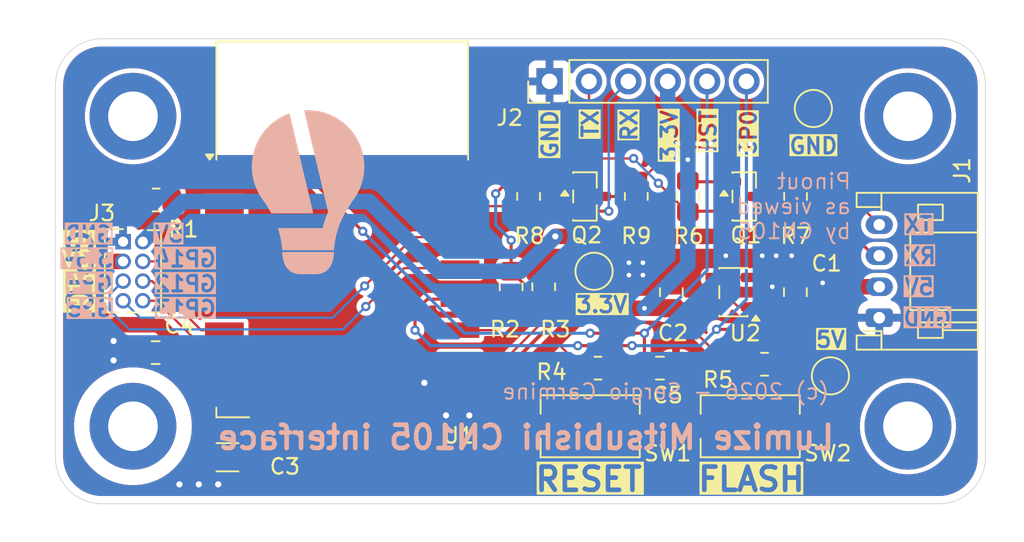
<source format=kicad_pcb>
(kicad_pcb (version 20241229) (generator "pcbnew") (generator_version "9.0")
  (layers (0 "F.Cu" signal) (2 "B.Cu" signal) (13 "F.Paste" user) (15 "B.Paste" user) (5 "F.SilkS" user "F.Silkscreen") (7 "B.SilkS" user "B.Silkscreen") (1 "F.Mask" user) (3 "B.Mask" user) (25 "Edge.Cuts" user))
  (net 0 "")
  (net 1 "AC_TX")
  (net 2 "AC_RX")
  (net 3 "+5V")
  (net 4 "GND")
  (net 5 "ESP_TX")
  (net 6 "+3.3V")
  (net 7 "ESP_RX")
  (net 9 "Net-(U1-GPIO15)")
  (net 14 "Net-(U1-EN)")
  (net 16 "~{RST}")
  (net 19 "Net-(U1-GPIO2)")
  (net 20 "GPIO0")
  (net 22 "GPIO5")
  (net 23 "GPIO12")
  (net 24 "GPIO13")
  (net 25 "GPIO14")
  (net 26 "GPIO4")
  (footprint "Button_Switch_SMD:SW_Tactile_SPST_NO_Straight_CK_PTS636Sx25SMTRLFS" (layer "F.Cu") (at 199.5 75)
    (property "Reference" "SW1" (at 5 1.75 0) (layer "F.SilkS"))
    (property "Value" "SW_Push")
    (fp_line (start -3.2 -2) (end -3.2 -0.8) (stroke (width 0.12)) (layer "F.SilkS"))
    (fp_line (start -3.2 0.8) (end -3.2 2) (stroke (width 0.12)) (layer "F.SilkS"))
    (fp_line (start -3.2 2) (end 3.2 2) (stroke (width 0.12)) (layer "F.SilkS"))
    (fp_line (start 3.2 -2) (end -3.2 -2) (stroke (width 0.12)) (layer "F.SilkS"))
    (fp_line (start 3.2 -0.8) (end 3.2 -2) (stroke (width 0.12)) (layer "F.SilkS"))
    (fp_line (start 3.2 2) (end 3.2 0.8) (stroke (width 0.12)) (layer "F.SilkS"))
    (pad "1" smd rect (at -3.875 0) (size 1.25 1) (layers "F.Cu" "F.Mask" "F.Paste") (net 4 "GND"))
    (pad "2" smd rect (at 3.875 0) (size 1.25 1) (layers "F.Cu" "F.Mask" "F.Paste") (net 16 "~{RST}"))
  )
  (footprint "Resistor_SMD:R_0805_2012Metric_Pad1.20x1.40mm_HandSolder" (layer "F.Cu") (at 194.4 66 -90)
    (property "Reference" "R2" (at 2.75 0.4 180) (layer "F.SilkS"))
    (property "Value" "10KOhm")
    (fp_line (start -0.227064 0.735) (end 0.227064 0.735) (stroke (width 0.12)) (layer "F.SilkS"))
    (fp_line (start -0.227064 -0.735) (end 0.227064 -0.735) (stroke (width 0.12)) (layer "F.SilkS"))
    (pad "1" smd roundrect (at -1 0 270) (size 1.2 1.4) (layers "F.Cu" "F.Mask" "F.Paste") (roundrect_rratio 0.208333) (net 6 "+3.3V"))
    (pad "2" smd roundrect (at 1 0 270) (size 1.2 1.4) (layers "F.Cu" "F.Mask" "F.Paste") (roundrect_rratio 0.208333) (net 19 "Net-(U1-GPIO2)"))
  )
  (footprint "Connector_PinHeader_2.54mm:PinHeader_1x06_P2.54mm_Vertical" (layer "F.Cu") (at 196.88 52.75 90)
    (property "Reference" "J2" (at -2.35 -2.58 180) (layer "F.SilkS"))
    (property "Value" "Conn_01x06")
    (fp_line (start -1.38 -1.38) (end 0 -1.38) (stroke (width 0.12)) (layer "F.SilkS"))
    (fp_line (start -1.38 0) (end -1.38 -1.38) (stroke (width 0.12)) (layer "F.SilkS"))
    (fp_line (start 1.38 1.27) (end 1.38 14.08) (stroke (width 0.12)) (layer "F.SilkS"))
    (fp_line (start -1.38 1.27) (end 1.38 1.27) (stroke (width 0.12)) (layer "F.SilkS"))
    (fp_line (start -1.38 1.27) (end -1.38 14.08) (stroke (width 0.12)) (layer "F.SilkS"))
    (fp_line (start -1.38 14.08) (end 1.38 14.08) (stroke (width 0.12)) (layer "F.SilkS"))
    (pad "1" thru_hole rect (at 0 0 90) (size 1.7 1.7) (drill 1) (layers "*.Cu" "*.Mask") (net 4 "GND"))
    (pad "2" thru_hole circle (at 0 2.54 90) (size 1.7 1.7) (drill 1) (layers "*.Cu" "*.Mask") (net 5 "ESP_TX"))
    (pad "3" thru_hole circle (at 0 5.08 90) (size 1.7 1.7) (drill 1) (layers "*.Cu" "*.Mask") (net 7 "ESP_RX"))
    (pad "4" thru_hole circle (at 0 7.62 90) (size 1.7 1.7) (drill 1) (layers "*.Cu" "*.Mask") (net 6 "+3.3V"))
    (pad "5" thru_hole circle (at 0 10.16 90) (size 1.7 1.7) (drill 1) (layers "*.Cu" "*.Mask") (net 16 "~{RST}"))
    (pad "6" thru_hole circle (at 0 12.7 90) (size 1.7 1.7) (drill 1) (layers "*.Cu" "*.Mask") (net 20 "GPIO0"))
  )
  (footprint "TestPoint:TestPoint_Pad_D2.0mm" (layer "F.Cu") (at 215 71.75)
    (property "Reference" "TP2" (hide yes))
    (property "Value" "TestPoint")
    (fp_circle (center 0 0) (end 0 1.2) (stroke (width 0.12)) (fill no) (layer "F.SilkS"))
    (pad "1" smd circle (at 0 0) (size 2 2) (layers "F.Cu" "F.Mask") (net 3 "+5V"))
  )
  (footprint "Resistor_SMD:R_0805_2012Metric_Pad1.20x1.40mm_HandSolder" (layer "F.Cu") (at 196.5 66 -90)
    (property "Reference" "R3" (at 2.75 -0.75 180) (layer "F.SilkS"))
    (property "Value" "10KOhm")
    (fp_line (start -0.227064 0.735) (end 0.227064 0.735) (stroke (width 0.12)) (layer "F.SilkS"))
    (fp_line (start -0.227064 -0.735) (end 0.227064 -0.735) (stroke (width 0.12)) (layer "F.SilkS"))
    (pad "1" smd roundrect (at -1 0 270) (size 1.2 1.4) (layers "F.Cu" "F.Mask" "F.Paste") (roundrect_rratio 0.208333) (net 4 "GND"))
    (pad "2" smd roundrect (at 1 0 270) (size 1.2 1.4) (layers "F.Cu" "F.Mask" "F.Paste") (roundrect_rratio 0.208333) (net 9 "Net-(U1-GPIO15)"))
  )
  (footprint "Resistor_SMD:R_0805_2012Metric_Pad1.20x1.40mm_HandSolder" (layer "F.Cu") (at 171.5 60.4 180)
    (property "Reference" "R1" (at -1.75 -1.9 0) (layer "F.SilkS"))
    (property "Value" "10KOhm")
    (fp_line (start -0.227064 0.735) (end 0.227064 0.735) (stroke (width 0.12)) (layer "F.SilkS"))
    (fp_line (start -0.227064 -0.735) (end 0.227064 -0.735) (stroke (width 0.12)) (layer "F.SilkS"))
    (pad "1" smd roundrect (at -1 0 180) (size 1.2 1.4) (layers "F.Cu" "F.Mask" "F.Paste") (roundrect_rratio 0.208333) (net 14 "Net-(U1-EN)"))
    (pad "2" smd roundrect (at 1 0 180) (size 1.2 1.4) (layers "F.Cu" "F.Mask" "F.Paste") (roundrect_rratio 0.208333) (net 6 "+3.3V"))
  )
  (footprint "Capacitor_SMD:C_0805_2012Metric_Pad1.18x1.45mm_HandSolder" (layer "F.Cu") (at 171.4625 70.25 180)
    (property "Reference" "C4" (at -1.5375 1.75 0) (layer "F.SilkS"))
    (property "Value" "0.1uF")
    (fp_line (start -0.261252 0.735) (end 0.261252 0.735) (stroke (width 0.12)) (layer "F.SilkS"))
    (fp_line (start -0.261252 -0.735) (end 0.261252 -0.735) (stroke (width 0.12)) (layer "F.SilkS"))
    (pad "1" smd roundrect (at -1.0375 0 180) (size 1.175 1.45) (layers "F.Cu" "F.Mask" "F.Paste") (roundrect_rratio 0.212766) (net 6 "+3.3V"))
    (pad "2" smd roundrect (at 1.0375 0 180) (size 1.175 1.45) (layers "F.Cu" "F.Mask" "F.Paste") (roundrect_rratio 0.212766) (net 4 "GND"))
  )
  (footprint "TestPoint:TestPoint_Pad_D2.0mm" (layer "F.Cu") (at 199.75 65)
    (property "Reference" "TP3" (hide yes))
    (property "Value" "TestPoint")
    (fp_circle (center 0 0) (end 0 1.2) (stroke (width 0.12)) (fill no) (layer "F.SilkS"))
    (pad "1" smd circle (at 0 0) (size 2 2) (layers "F.Cu" "F.Mask") (net 6 "+3.3V"))
  )
  (footprint "Resistor_SMD:R_0805_2012Metric_Pad1.20x1.40mm_HandSolder" (layer "F.Cu") (at 200 71.25)
    (property "Reference" "R4" (at -3 0.25 0) (layer "F.SilkS"))
    (property "Value" "10KOhm")
    (fp_line (start -0.227064 -0.735) (end 0.227064 -0.735) (stroke (width 0.12)) (layer "F.SilkS"))
    (fp_line (start -0.227064 0.735) (end 0.227064 0.735) (stroke (width 0.12)) (layer "F.SilkS"))
    (pad "1" smd roundrect (at -1 0) (size 1.2 1.4) (layers "F.Cu" "F.Mask" "F.Paste") (roundrect_rratio 0.208333) (net 6 "+3.3V"))
    (pad "2" smd roundrect (at 1 0) (size 1.2 1.4) (layers "F.Cu" "F.Mask" "F.Paste") (roundrect_rratio 0.208333) (net 16 "~{RST}"))
  )
  (footprint "Resistor_SMD:R_0805_2012Metric_Pad1.20x1.40mm_HandSolder" (layer "F.Cu") (at 195.525 60.175 -90)
    (property "Reference" "R8" (at 2.55 -0.05 180) (layer "F.SilkS"))
    (property "Value" "10KOhm")
    (fp_line (start -0.227064 0.735) (end 0.227064 0.735) (stroke (width 0.12)) (layer "F.SilkS"))
    (fp_line (start -0.227064 -0.735) (end 0.227064 -0.735) (stroke (width 0.12)) (layer "F.SilkS"))
    (pad "1" smd roundrect (at -1 0 270) (size 1.2 1.4) (layers "F.Cu" "F.Mask" "F.Paste") (roundrect_rratio 0.208333) (net 6 "+3.3V"))
    (pad "2" smd roundrect (at 1 0 270) (size 1.2 1.4) (layers "F.Cu" "F.Mask" "F.Paste") (roundrect_rratio 0.208333) (net 7 "ESP_RX"))
  )
  (footprint "Connector_PinHeader_1.27mm:PinHeader_2x04_P1.27mm_Vertical" (layer "F.Cu") (at 169.365 63.095)
    (property "Reference" "J3" (at -1.365 -1.845 0) (layer "F.SilkS"))
    (property "Value" "Conn_02x04_Odd_Even")
    (fp_line (start -1.18 -0.81) (end 0 -0.81) (stroke (width 0.12)) (layer "F.SilkS"))
    (fp_line (start -1.18 0) (end -1.18 -0.81) (stroke (width 0.12)) (layer "F.SilkS"))
    (fp_line (start -1.18 0.81) (end -1.18 4.555) (stroke (width 0.12)) (layer "F.SilkS"))
    (fp_line (start -1.18 0.81) (end -0.666708 0.81) (stroke (width 0.12)) (layer "F.SilkS"))
    (fp_line (start -1.18 4.555) (end -0.317923 4.555) (stroke (width 0.12)) (layer "F.SilkS"))
    (fp_line (start 0.317923 4.555) (end 0.952077 4.555) (stroke (width 0.12)) (layer "F.SilkS"))
    (fp_line (start 1.587923 -0.745) (end 2.45 -0.745) (stroke (width 0.12)) (layer "F.SilkS"))
    (fp_line (start 1.587923 4.555) (end 2.45 4.555) (stroke (width 0.12)) (layer "F.SilkS"))
    (fp_line (start 2.45 -0.745) (end 2.45 4.555) (stroke (width 0.12)) (layer "F.SilkS"))
    (pad "1" thru_hole rect (at 0 0) (size 1 1) (drill 0.65) (layers "*.Cu" "*.Mask") (net 4 "GND"))
    (pad "2" thru_hole circle (at 1.27 0) (size 1 1) (drill 0.65) (layers "*.Cu" "*.Mask") (net 3 "+5V"))
    (pad "3" thru_hole circle (at 0 1.27) (size 1 1) (drill 0.65) (layers "*.Cu" "*.Mask") (net 6 "+3.3V"))
    (pad "4" thru_hole circle (at 1.27 1.27) (size 1 1) (drill 0.65) (layers "*.Cu" "*.Mask") (net 25 "GPIO14"))
    (pad "5" thru_hole circle (at 0 2.54) (size 1 1) (drill 0.65) (layers "*.Cu" "*.Mask") (net 26 "GPIO4"))
    (pad "6" thru_hole circle (at 1.27 2.54) (size 1 1) (drill 0.65) (layers "*.Cu" "*.Mask") (net 23 "GPIO12"))
    (pad "7" thru_hole circle (at 0 3.81) (size 1 1) (drill 0.65) (layers "*.Cu" "*.Mask") (net 22 "GPIO5"))
    (pad "8" thru_hole circle (at 1.27 3.81) (size 1 1) (drill 0.65) (layers "*.Cu" "*.Mask") (net 24 "GPIO13"))
  )
  (footprint "MountingHole:MountingHole_3.2mm_M3_DIN965_Pad" (layer "F.Cu") (at 170 75)
    (property "Reference" "H4" (hide yes))
    (property "Value" "MountingHole_Pad")
    (pad "1" thru_hole circle (at 0 0) (size 5.6 5.6) (drill 3.2) (layers "*.Cu" "*.Mask"))
  )
  (footprint "Capacitor_SMD:C_1206_3216Metric_Pad1.33x1.80mm_HandSolder" (layer "F.Cu") (at 176.1 77 180)
    (property "Reference" "C3" (at -3.7 -0.6 0) (layer "F.SilkS"))
    (property "Value" "10uF")
    (fp_line (start -0.711252 0.91) (end 0.711252 0.91) (stroke (width 0.12)) (layer "F.SilkS"))
    (fp_line (start -0.711252 -0.91) (end 0.711252 -0.91) (stroke (width 0.12)) (layer "F.SilkS"))
    (pad "1" smd roundrect (at -1.5625 0 180) (size 1.325 1.8) (layers "F.Cu" "F.Mask" "F.Paste") (roundrect_rratio 0.188679) (net 6 "+3.3V"))
    (pad "2" smd roundrect (at 1.5625 0 180) (size 1.325 1.8) (layers "F.Cu" "F.Mask" "F.Paste") (roundrect_rratio 0.188679) (net 4 "GND"))
  )
  (footprint "Capacitor_SMD:C_0805_2012Metric_Pad1.18x1.45mm_HandSolder" (layer "F.Cu") (at 204 71.25 180)
    (property "Reference" "C5" (at -0.5 -1.75 0) (layer "F.SilkS"))
    (property "Value" "0.1uF")
    (fp_line (start -0.261252 0.735) (end 0.261252 0.735) (stroke (width 0.12)) (layer "F.SilkS"))
    (fp_line (start -0.261252 -0.735) (end 0.261252 -0.735) (stroke (width 0.12)) (layer "F.SilkS"))
    (pad "1" smd roundrect (at -1.0375 0 180) (size 1.175 1.45) (layers "F.Cu" "F.Mask" "F.Paste") (roundrect_rratio 0.212766) (net 4 "GND"))
    (pad "2" smd roundrect (at 1.0375 0 180) (size 1.175 1.45) (layers "F.Cu" "F.Mask" "F.Paste") (roundrect_rratio 0.212766) (net 16 "~{RST}"))
  )
  (footprint "Capacitor_SMD:C_0805_2012Metric_Pad1.18x1.45mm_HandSolder" (layer "F.Cu") (at 212.7375 66.35 90)
    (property "Reference" "C1" (at 1.85 2.0125 180) (layer "F.SilkS"))
    (property "Value" "1uF")
    (fp_line (start -0.261252 -0.735) (end 0.261252 -0.735) (stroke (width 0.12)) (layer "F.SilkS"))
    (fp_line (start -0.261252 0.735) (end 0.261252 0.735) (stroke (width 0.12)) (layer "F.SilkS"))
    (pad "1" smd roundrect (at -1.0375 0 90) (size 1.175 1.45) (layers "F.Cu" "F.Mask" "F.Paste") (roundrect_rratio 0.212766) (net 3 "+5V"))
    (pad "2" smd roundrect (at 1.0375 0 90) (size 1.175 1.45) (layers "F.Cu" "F.Mask" "F.Paste") (roundrect_rratio 0.212766) (net 4 "GND"))
  )
  (footprint "RF_Module:ESP-12E" (layer "F.Cu") (at 183.5 62.3)
    (property "Reference" "U1" (at 7.5 13.3 0) (layer "F.SilkS"))
    (property "Value" "ESP-12F")
    (fp_line (start -8.12 -12.12) (end 8.12 -12.12) (stroke (width 0.12)) (layer "F.SilkS"))
    (fp_line (start -8.12 -4.5) (end -8.12 -12.12) (stroke (width 0.12)) (layer "F.SilkS"))
    (fp_line (start -8.12 12.12) (end -8.12 11.5) (stroke (width 0.12)) (layer "F.SilkS"))
    (fp_line (start -6 12.12) (end -8.12 12.12) (stroke (width 0.12)) (layer "F.SilkS"))
    (fp_line (start 8.12 -12.12) (end 8.12 -4.5) (stroke (width 0.12)) (layer "F.SilkS"))
    (fp_poly (pts (xy -8.55 -4.5) (xy -8.79 -4.836) (xy -8.31 -4.836) (xy -8.55 -4.5)) (stroke (width 0.12)) (fill yes) (layer "F.SilkS"))
    (pad "1" smd rect (at -7.6 -3.5) (size 2.5 1) (layers "F.Cu" "F.Mask" "F.Paste") (net 16 "~{RST}"))
    (pad "2" smd rect (at -7.6 -1.5) (size 2.5 1) (layers "F.Cu" "F.Mask" "F.Paste"))
    (pad "3" smd rect (at -7.6 0.5) (size 2.5 1) (layers "F.Cu" "F.Mask" "F.Paste") (net 14 "Net-(U1-EN)"))
    (pad "4" smd rect (at -7.6 2.5) (size 2.5 1) (layers "F.Cu" "F.Mask" "F.Paste"))
    (pad "5" smd rect (at -7.6 4.5) (size 2.5 1) (layers "F.Cu" "F.Mask" "F.Paste") (net 25 "GPIO14"))
    (pad "6" smd rect (at -7.6 6.5) (size 2.5 1) (layers "F.Cu" "F.Mask" "F.Paste") (net 23 "GPIO12"))
    (pad "7" smd rect (at -7.6 8.5) (size 2.5 1) (layers "F.Cu" "F.Mask" "F.Paste") (net 24 "GPIO13"))
    (pad "8" smd rect (at -7.6 10.5) (size 2.5 1) (layers "F.Cu" "F.Mask" "F.Paste") (net 6 "+3.3V"))
    (pad "9" smd rect (at -5 12) (size 1 1.8) (layers "F.Cu" "F.Mask" "F.Paste"))
    (pad "10" smd rect (at -3 12) (size 1 1.8) (layers "F.Cu" "F.Mask" "F.Paste"))
    (pad "11" smd rect (at -1 12) (size 1 1.8) (layers "F.Cu" "F.Mask" "F.Paste"))
    (pad "12" smd rect (at 1 12) (size 1 1.8) (layers "F.Cu" "F.Mask" "F.Paste"))
    (pad "13" smd rect (at 3 12) (size 1 1.8) (layers "F.Cu" "F.Mask" "F.Paste"))
    (pad "14" smd rect (at 5 12) (size 1 1.8) (layers "F.Cu" "F.Mask" "F.Paste"))
    (pad "15" smd rect (at 7.6 10.5) (size 2.5 1) (layers "F.Cu" "F.Mask" "F.Paste") (net 4 "GND"))
    (pad "16" smd rect (at 7.6 8.5) (size 2.5 1) (layers "F.Cu" "F.Mask" "F.Paste") (net 9 "Net-(U1-GPIO15)"))
    (pad "17" smd rect (at 7.6 6.5) (size 2.5 1) (layers "F.Cu" "F.Mask" "F.Paste") (net 19 "Net-(U1-GPIO2)"))
    (pad "18" smd rect (at 7.6 4.5) (size 2.5 1) (layers "F.Cu" "F.Mask" "F.Paste") (net 20 "GPIO0"))
    (pad "19" smd rect (at 7.6 2.5) (size 2.5 1) (layers "F.Cu" "F.Mask" "F.Paste") (net 26 "GPIO4"))
    (pad "20" smd rect (at 7.6 0.5) (size 2.5 1) (layers "F.Cu" "F.Mask" "F.Paste") (net 22 "GPIO5"))
    (pad "21" smd rect (at 7.6 -1.5) (size 2.5 1) (layers "F.Cu" "F.Mask" "F.Paste") (net 7 "ESP_RX"))
    (pad "22" smd rect (at 7.6 -3.5) (size 2.5 1) (layers "F.Cu" "F.Mask" "F.Paste") (net 5 "ESP_TX"))
    (zone (net 0) (net_name "") (layers "F.Cu" "B.Cu") (connect_pads (clearance 0)) (min_thickness 0.254)
      (keepout (tracks not_allowed) (vias not_allowed) (pads not_allowed) (copperpour not_allowed) (footprints not_allowed))
      (fill (thermal_gap 0.508) (thermal_bridge_width 0.508))
      (polygon (pts (xy 175.38 57.5) (xy 191.62 57.5) (xy 191.62 50.18) (xy 175.38 50.18)))
    )
  )
  (footprint "Resistor_SMD:R_0805_2012Metric_Pad1.20x1.40mm_HandSolder" (layer "F.Cu") (at 202.475 60.175 90)
    (property "Reference" "R9" (at -2.55 0 180) (layer "F.SilkS"))
    (property "Value" "10KOhm")
    (fp_line (start -0.227064 -0.735) (end 0.227064 -0.735) (stroke (width 0.12)) (layer "F.SilkS"))
    (fp_line (start -0.227064 0.735) (end 0.227064 0.735) (stroke (width 0.12)) (layer "F.SilkS"))
    (pad "1" smd roundrect (at -1 0 90) (size 1.2 1.4) (layers "F.Cu" "F.Mask" "F.Paste") (roundrect_rratio 0.208333) (net 3 "+5V"))
    (pad "2" smd roundrect (at 1 0 90) (size 1.2 1.4) (layers "F.Cu" "F.Mask" "F.Paste") (roundrect_rratio 0.208333) (net 1 "AC_TX"))
  )
  (footprint "Button_Switch_SMD:SW_Tactile_SPST_NO_Straight_CK_PTS636Sx25SMTRLFS" (layer "F.Cu") (at 209.825 75)
    (property "Reference" "SW2" (at 5 1.75 0) (layer "F.SilkS"))
    (property "Value" "SW_Push")
    (fp_line (start -3.2 -2) (end -3.2 -0.8) (stroke (width 0.12)) (layer "F.SilkS"))
    (fp_line (start -3.2 0.8) (end -3.2 2) (stroke (width 0.12)) (layer "F.SilkS"))
    (fp_line (start -3.2 2) (end 3.2 2) (stroke (width 0.12)) (layer "F.SilkS"))
    (fp_line (start 3.2 -2) (end -3.2 -2) (stroke (width 0.12)) (layer "F.SilkS"))
    (fp_line (start 3.2 -0.8) (end 3.2 -2) (stroke (width 0.12)) (layer "F.SilkS"))
    (fp_line (start 3.2 2) (end 3.2 0.8) (stroke (width 0.12)) (layer "F.SilkS"))
    (pad "1" smd rect (at -3.875 0) (size 1.25 1) (layers "F.Cu" "F.Mask" "F.Paste") (net 4 "GND"))
    (pad "2" smd rect (at 3.875 0) (size 1.25 1) (layers "F.Cu" "F.Mask" "F.Paste") (net 20 "GPIO0"))
  )
  (footprint "MountingHole:MountingHole_3.2mm_M3_DIN965_Pad" (layer "F.Cu") (at 220 55)
    (property "Reference" "H2" (hide yes))
    (property "Value" "MountingHole_Pad")
    (pad "1" thru_hole circle (at 0 0) (size 5.6 5.6) (drill 3.2) (layers "*.Cu" "*.Mask"))
  )
  (footprint "Resistor_SMD:R_0805_2012Metric_Pad1.20x1.40mm_HandSolder" (layer "F.Cu") (at 210.75 71)
    (property "Reference" "R5" (at -3 1 0) (layer "F.SilkS"))
    (property "Value" "10KOhm")
    (fp_line (start -0.227064 -0.735) (end 0.227064 -0.735) (stroke (width 0.12)) (layer "F.SilkS"))
    (fp_line (start -0.227064 0.735) (end 0.227064 0.735) (stroke (width 0.12)) (layer "F.SilkS"))
    (pad "1" smd roundrect (at -1 0) (size 1.2 1.4) (layers "F.Cu" "F.Mask" "F.Paste") (roundrect_rratio 0.208333) (net 6 "+3.3V"))
    (pad "2" smd roundrect (at 1 0) (size 1.2 1.4) (layers "F.Cu" "F.Mask" "F.Paste") (roundrect_rratio 0.208333) (net 20 "GPIO0"))
  )
  (footprint "Connector_JST:JST_PH_S4B-PH-K_1x04_P2.00mm_Horizontal" (layer "F.Cu") (at 218.15 68 90)
    (property "Reference" "J1" (at 9.5 5.35 90) (layer "F.SilkS"))
    (property "Value" "S4B-PH-K-S")
    (fp_line (start 8.06 -1.46) (end 7.14 -1.46) (stroke (width 0.12)) (layer "F.SilkS"))
    (fp_line (start 7.14 -1.46) (end 7.14 0.14) (stroke (width 0.12)) (layer "F.SilkS"))
    (fp_line (start -1.14 -1.46) (end -2.06 -1.46) (stroke (width 0.12)) (layer "F.SilkS"))
    (fp_line (start -2.06 -1.46) (end -2.06 6.36) (stroke (width 0.12)) (layer "F.SilkS"))
    (fp_line (start 8.06 0.14) (end 7.14 0.14) (stroke (width 0.12)) (layer "F.SilkS"))
    (fp_line (start 7.14 0.14) (end 6.86 0.14) (stroke (width 0.12)) (layer "F.SilkS"))
    (fp_line (start -0.86 0.14) (end -0.86 -1.075) (stroke (width 0.12)) (layer "F.SilkS"))
    (fp_line (start -0.86 0.14) (end -1.14 0.14) (stroke (width 0.12)) (layer "F.SilkS"))
    (fp_line (start -1.14 0.14) (end -1.14 -1.46) (stroke (width 0.12)) (layer "F.SilkS"))
    (fp_line (start -2.06 0.14) (end -1.14 0.14) (stroke (width 0.12)) (layer "F.SilkS"))
    (fp_line (start 5.5 2) (end 5.5 6.36) (stroke (width 0.12)) (layer "F.SilkS"))
    (fp_line (start 0.5 2) (end 5.5 2) (stroke (width 0.12)) (layer "F.SilkS"))
    (fp_line (start -0.3 4.1) (end -0.3 6.36) (stroke (width 0.12)) (layer "F.SilkS"))
    (fp_line (start -0.8 4.1) (end -0.8 6.36) (stroke (width 0.12)) (layer "F.SilkS"))
    (fp_line (start 8.06 6.36) (end 8.06 -1.46) (stroke (width 0.12)) (layer "F.SilkS"))
    (fp_line (start 0.5 6.36) (end 0.5 2) (stroke (width 0.12)) (layer "F.SilkS"))
    (fp_line (start -2.06 6.36) (end 8.06 6.36) (stroke (width 0.12)) (layer "F.SilkS"))
    (fp_rect (start 6.3 2.5) (end 7.3 4.1) (stroke (width 0.12)) (fill no) (layer "F.SilkS"))
    (fp_rect (start -1.3 2.5) (end -0.3 4.1) (stroke (width 0.12)) (fill no) (layer "F.SilkS"))
    (pad "1" thru_hole roundrect (at 0 0 90) (size 1.2 1.75) (drill 0.75) (layers "*.Cu" "*.Mask") (roundrect_rratio 0.208333) (net 4 "GND"))
    (pad "2" thru_hole oval (at 2 0 90) (size 1.2 1.75) (drill 0.75) (layers "*.Cu" "*.Mask") (net 3 "+5V"))
    (pad "3" thru_hole oval (at 4 0 90) (size 1.2 1.75) (drill 0.75) (layers "*.Cu" "*.Mask") (net 2 "AC_RX"))
    (pad "4" thru_hole oval (at 6 0 90) (size 1.2 1.75) (drill 0.75) (layers "*.Cu" "*.Mask") (net 1 "AC_TX"))
  )
  (footprint "Resistor_SMD:R_0805_2012Metric_Pad1.20x1.40mm_HandSolder" (layer "F.Cu") (at 212.75 60.175 90)
    (property "Reference" "R7" (at -2.55 0 180) (layer "F.SilkS"))
    (property "Value" "10KOhm")
    (fp_line (start -0.227064 -0.735) (end 0.227064 -0.735) (stroke (width 0.12)) (layer "F.SilkS"))
    (fp_line (start -0.227064 0.735) (end 0.227064 0.735) (stroke (width 0.12)) (layer "F.SilkS"))
    (pad "1" smd roundrect (at -1 0 90) (size 1.2 1.4) (layers "F.Cu" "F.Mask" "F.Paste") (roundrect_rratio 0.208333) (net 3 "+5V"))
    (pad "2" smd roundrect (at 1 0 90) (size 1.2 1.4) (layers "F.Cu" "F.Mask" "F.Paste") (roundrect_rratio 0.208333) (net 2 "AC_RX"))
  )
  (footprint "MountingHole:MountingHole_3.2mm_M3_DIN965_Pad" (layer "F.Cu") (at 220 75)
    (property "Reference" "H3" (hide yes))
    (property "Value" "MountingHole_Pad")
    (pad "1" thru_hole circle (at 0 0) (size 5.6 5.6) (drill 3.2) (layers "*.Cu" "*.Mask"))
  )
  (footprint "Resistor_SMD:R_0805_2012Metric_Pad1.20x1.40mm_HandSolder" (layer "F.Cu") (at 205.8 60.175 -90)
    (property "Reference" "R6" (at 2.55 -0.05 180) (layer "F.SilkS"))
    (property "Value" "10KOhm")
    (fp_line (start -0.227064 0.735) (end 0.227064 0.735) (stroke (width 0.12)) (layer "F.SilkS"))
    (fp_line (start -0.227064 -0.735) (end 0.227064 -0.735) (stroke (width 0.12)) (layer "F.SilkS"))
    (pad "1" smd roundrect (at -1 0 270) (size 1.2 1.4) (layers "F.Cu" "F.Mask" "F.Paste") (roundrect_rratio 0.208333) (net 6 "+3.3V"))
    (pad "2" smd roundrect (at 1 0 270) (size 1.2 1.4) (layers "F.Cu" "F.Mask" "F.Paste") (roundrect_rratio 0.208333) (net 5 "ESP_TX"))
  )
  (footprint "Package_TO_SOT_SMD:SOT-23" (layer "F.Cu") (at 199.1625 60.175)
    (property "Reference" "Q2" (at 0.1125 2.5 0) (layer "F.SilkS"))
    (property "Value" "BSS138")
    (fp_line (start -0.76 -1.56) (end 0.76 -1.56) (stroke (width 0.12)) (layer "F.SilkS"))
    (fp_line (start -0.76 -1.51) (end -0.76 -1.56) (stroke (width 0.12)) (layer "F.SilkS"))
    (fp_line (start -0.76 0.39) (end -0.76 -0.39) (stroke (width 0.12)) (layer "F.SilkS"))
    (fp_line (start -0.76 1.56) (end -0.76 1.51) (stroke (width 0.12)) (layer "F.SilkS"))
    (fp_line (start 0.76 -1.56) (end 0.76 -0.56) (stroke (width 0.12)) (layer "F.SilkS"))
    (fp_line (start 0.76 0.56) (end 0.76 1.56) (stroke (width 0.12)) (layer "F.SilkS"))
    (fp_line (start 0.76 1.56) (end -0.76 1.56) (stroke (width 0.12)) (layer "F.SilkS"))
    (fp_poly (pts (xy -1.3 -0.38) (xy -1.06 -0.05) (xy -1.54 -0.05)) (stroke (width 0.12)) (fill yes) (layer "F.SilkS"))
    (pad "1" smd roundrect (at -0.9375 -0.95) (size 1.475 0.6) (layers "F.Cu" "F.Mask" "F.Paste") (net 6 "+3.3V"))
    (pad "2" smd roundrect (at -0.9375 0.95) (size 1.475 0.6) (layers "F.Cu" "F.Mask" "F.Paste") (net 7 "ESP_RX"))
    (pad "3" smd roundrect (at 0.9375 0) (size 1.475 0.6) (layers "F.Cu" "F.Mask" "F.Paste") (net 1 "AC_TX"))
  )
  (footprint "Package_TO_SOT_SMD:SOT-23" (layer "F.Cu") (at 209.4375 60.175)
    (property "Reference" "Q1" (at 0.1125 2.5 0) (layer "F.SilkS"))
    (property "Value" "BSS138")
    (fp_line (start -0.76 -1.56) (end 0.76 -1.56) (stroke (width 0.12)) (layer "F.SilkS"))
    (fp_line (start -0.76 -1.51) (end -0.76 -1.56) (stroke (width 0.12)) (layer "F.SilkS"))
    (fp_line (start -0.76 0.39) (end -0.76 -0.39) (stroke (width 0.12)) (layer "F.SilkS"))
    (fp_line (start -0.76 1.56) (end -0.76 1.51) (stroke (width 0.12)) (layer "F.SilkS"))
    (fp_line (start 0.76 -1.56) (end 0.76 -0.56) (stroke (width 0.12)) (layer "F.SilkS"))
    (fp_line (start 0.76 0.56) (end 0.76 1.56) (stroke (width 0.12)) (layer "F.SilkS"))
    (fp_line (start 0.76 1.56) (end -0.76 1.56) (stroke (width 0.12)) (layer "F.SilkS"))
    (fp_poly (pts (xy -1.3 -0.38) (xy -1.06 -0.05) (xy -1.54 -0.05)) (stroke (width 0.12)) (fill yes) (layer "F.SilkS"))
    (pad "1" smd roundrect (at -0.9375 -0.95) (size 1.475 0.6) (layers "F.Cu" "F.Mask" "F.Paste") (net 6 "+3.3V"))
    (pad "2" smd roundrect (at -0.9375 0.95) (size 1.475 0.6) (layers "F.Cu" "F.Mask" "F.Paste") (net 5 "ESP_TX"))
    (pad "3" smd roundrect (at 0.9375 0) (size 1.475 0.6) (layers "F.Cu" "F.Mask" "F.Paste") (net 2 "AC_RX"))
  )
  (footprint "Package_TO_SOT_SMD:SOT-23-5" (layer "F.Cu") (at 208.7375 66.35 180)
    (property "Reference" "U2" (at -0.7625 -2.65 0) (layer "F.SilkS"))
    (property "Value" "AP2112K-3.3")
    (fp_line (start 0.91 1.56) (end -0.91 1.56) (stroke (width 0.12)) (layer "F.SilkS"))
    (fp_line (start 0.91 1.51) (end 0.91 1.56) (stroke (width 0.12)) (layer "F.SilkS"))
    (fp_line (start 0.91 -0.39) (end 0.91 0.39) (stroke (width 0.12)) (layer "F.SilkS"))
    (fp_line (start 0.91 -1.56) (end 0.91 -1.51) (stroke (width 0.12)) (layer "F.SilkS"))
    (fp_line (start -0.91 1.56) (end -0.91 1.51) (stroke (width 0.12)) (layer "F.SilkS"))
    (fp_line (start -0.91 -1.51) (end -0.91 -1.56) (stroke (width 0.12)) (layer "F.SilkS"))
    (fp_line (start -0.91 -1.56) (end 0.91 -1.56) (stroke (width 0.12)) (layer "F.SilkS"))
    (fp_poly (pts (xy -1.45 -1.51) (xy -1.69 -1.84) (xy -1.21 -1.84)) (stroke (width 0.12)) (fill yes) (layer "F.SilkS"))
    (pad "1" smd roundrect (at -1.1375 -0.95 180) (size 1.325 0.6) (layers "F.Cu" "F.Mask" "F.Paste") (net 3 "+5V"))
    (pad "2" smd roundrect (at -1.1375 0 180) (size 1.325 0.6) (layers "F.Cu" "F.Mask" "F.Paste") (net 4 "GND"))
    (pad "3" smd roundrect (at -1.1375 0.95 180) (size 1.325 0.6) (layers "F.Cu" "F.Mask" "F.Paste") (net 3 "+5V"))
    (pad "4" smd roundrect (at 1.1375 0.95 180) (size 1.325 0.6) (layers "F.Cu" "F.Mask" "F.Paste"))
    (pad "5" smd roundrect (at 1.1375 -0.95 180) (size 1.325 0.6) (layers "F.Cu" "F.Mask" "F.Paste") (net 6 "+3.3V"))
  )
  (footprint "Capacitor_SMD:C_0805_2012Metric_Pad1.18x1.45mm_HandSolder" (layer "F.Cu") (at 204.7375 66.35 90)
    (property "Reference" "C2" (at -2.6375 0.1 180) (layer "F.SilkS"))
    (property "Value" "1uF")
    (fp_line (start -0.261252 -0.735) (end 0.261252 -0.735) (stroke (width 0.12)) (layer "F.SilkS"))
    (fp_line (start -0.261252 0.735) (end 0.261252 0.735) (stroke (width 0.12)) (layer "F.SilkS"))
    (pad "1" smd roundrect (at -1.0375 0 90) (size 1.175 1.45) (layers "F.Cu" "F.Mask" "F.Paste") (roundrect_rratio 0.212766) (net 6 "+3.3V"))
    (pad "2" smd roundrect (at 1.0375 0 90) (size 1.175 1.45) (layers "F.Cu" "F.Mask" "F.Paste") (roundrect_rratio 0.212766) (net 4 "GND"))
  )
  (footprint "MountingHole:MountingHole_3.2mm_M3_DIN965_Pad" (layer "F.Cu") (at 170 55)
    (property "Reference" "H1" (hide yes))
    (property "Value" "MountingHole_Pad")
    (pad "1" thru_hole circle (at 0 0) (size 5.6 5.6) (drill 3.2) (layers "*.Cu" "*.Mask"))
  )
  (footprint "TestPoint:TestPoint_Pad_D2.0mm" (layer "F.Cu") (at 213.9 54.5)
    (property "Reference" "TP1" (hide yes))
    (property "Value" "TestPoint")
    (fp_circle (center 0 0) (end 0 1.2) (stroke (width 0.12)) (fill no) (layer "F.SilkS"))
    (pad "1" smd circle (at 0 0) (size 2 2) (layers "F.Cu" "F.Mask") (net 4 "GND"))
  )
  (gr_poly (pts (xy 179.985042 54.858315) (xy 179.86639 54.90635) (xy 179.749576 54.958504) (xy 179.634707 55.014723) (xy 179.521889 55.074952) (xy 179.411229 55.139137) (xy 179.302832 55.207223) (xy 179.196804 55.279157) (xy 179.047235 55.391237) (xy 178.90505 55.509474) (xy 178.770303 55.633551) (xy 178.643048 55.763149) (xy 178.523339 55.89795) (xy 178.41123 56.037636) (xy 178.306774 56.181889) (xy 178.210026 56.33039) (xy 178.121038 56.482823) (xy 178.039866 56.638868) (xy 177.966562 56.798208) (xy 177.90118 56.960524) (xy 177.843775 57.125499) (xy 177.7944 57.292814) (xy 177.75311 57.462151) (xy 177.719957 57.633192) (xy 177.694995 57.805619) (xy 177.678279 57.979115) (xy 177.669863 58.15336) (xy 177.669799 58.328036) (xy 177.678143 58.502827) (xy 177.694947 58.677413) (xy 177.720266 58.851476) (xy 177.754153 59.024699) (xy 177.796662 59.196763) (xy 177.847848 59.36735) (xy 177.907763 59.536142) (xy 177.976462 59.702821) (xy 178.053998 59.86707) (xy 178.140426 60.028569) (xy 178.235799 60.187) (xy 178.34017 60.342047) (xy 178.340457 60.342415) (xy 178.354767 60.361425) (xy 178.369201 60.380339) (xy 178.383758 60.399157) (xy 178.39844 60.417882) (xy 178.474044 60.5289) (xy 178.546774 60.638038) (xy 178.616693 60.745462) (xy 178.683867 60.851342) (xy 178.748359 60.955843) (xy 178.810234 61.059133) (xy 178.869556 61.161379) (xy 178.926389 61.262748) (xy 181.633377 61.262748) (xy 180.105427 54.814453)) (fill yes) (layer "B.SilkS"))
  (gr_poly (pts (xy 181.229492 54.608678) (xy 181.181951 54.612231) (xy 181.134465 54.616407) (xy 181.087037 54.621206) (xy 181.039673 54.626627) (xy 182.589479 61.167185) (xy 182.533967 61.294514) (xy 182.482101 61.422223) (xy 182.433785 61.550645) (xy 182.388923 61.680114) (xy 182.34742 61.810964) (xy 182.309179 61.943528) (xy 182.274105 62.078139) (xy 182.242102 62.215131) (xy 179.34952 62.215131) (xy 179.401472 62.379228) (xy 179.448364 62.546099) (xy 179.490372 62.716425) (xy 179.527674 62.890886) (xy 179.560448 63.070163) (xy 179.588871 63.254938) (xy 179.613121 63.445891) (xy 179.633375 63.643704) (xy 182.966712 63.643704) (xy 182.990766 63.412956) (xy 183.020276 63.19141) (xy 183.055551 62.977985) (xy 183.096899 62.771603) (xy 183.144626 62.571184) (xy 183.199041 62.375649) (xy 183.260452 62.183918) (xy 183.329166 61.994913) (xy 183.40549 61.807553) (xy 183.489734 61.62076) (xy 183.582204 61.433454) (xy 183.683208 61.244556) (xy 183.793054 61.052987) (xy 183.912049 60.857667) (xy 184.040502 60.657517) (xy 184.17872 60.451457) (xy 184.349967 60.208863) (xy 184.499177 59.956245) (xy 184.626323 59.694974) (xy 184.73138 59.426424) (xy 184.814322 59.151966) (xy 184.875123 58.872974) (xy 184.913757 58.59082) (xy 184.9302 58.306876) (xy 184.924425 58.022515) (xy 184.896405 57.73911) (xy 184.846117 57.458032) (xy 184.773533 57.180655) (xy 184.678628 56.908352) (xy 184.561376 56.642494) (xy 184.421751 56.384454) (xy 184.259729 56.135604) (xy 184.12427 55.956921) (xy 183.979073 55.788053) (xy 183.824683 55.629277) (xy 183.661647 55.480867) (xy 183.490509 55.343098) (xy 183.311817 55.216247) (xy 183.126116 55.100587) (xy 182.933952 54.996394) (xy 182.735871 54.903943) (xy 182.532419 54.82351) (xy 182.324143 54.755368) (xy 182.111587 54.699795) (xy 181.895299 54.657064) (xy 181.675825 54.62745) (xy 181.453709 54.61123) (xy 181.229498 54.608677)) (fill yes) (layer "B.SilkS"))
  (gr_poly (pts (xy 179.636281 63.876887) (xy 179.645465 63.995034) (xy 179.661625 64.115622) (xy 179.685458 64.237082) (xy 179.717661 64.357845) (xy 179.73712 64.417474) (xy 179.758932 64.47634) (xy 179.783187 64.534247) (xy 179.80997 64.590999) (xy 179.839368 64.646399) (xy 179.87147 64.700252) (xy 179.906362 64.752361) (xy 179.944131 64.802529) (xy 179.984865 64.850562) (xy 180.02865 64.896262) (xy 180.075575 64.939433) (xy 180.125725 64.97988) (xy 180.179189 65.017406) (xy 180.236054 65.051814) (xy 180.296406 65.08291) (xy 180.360333 65.110495) (xy 180.427922 65.134375) (xy 180.499261 65.154353) (xy 180.574436 65.170233) (xy 180.653534 65.181819) (xy 180.736644 65.188915) (xy 180.823852 65.191323) (xy 181.776234 65.191323) (xy 181.863442 65.188915) (xy 181.946551 65.181819) (xy 182.02565 65.170233) (xy 182.100825 65.154353) (xy 182.172164 65.134375) (xy 182.239753 65.110495) (xy 182.30368 65.08291) (xy 182.364032 65.051814) (xy 182.420897 65.017406) (xy 182.474361 64.97988) (xy 182.524511 64.939434) (xy 182.571436 64.896262) (xy 182.615221 64.850562) (xy 182.655955 64.80253) (xy 182.693724 64.752361) (xy 182.728616 64.700252) (xy 182.760718 64.6464) (xy 182.790116 64.590999) (xy 182.841153 64.47634) (xy 182.882425 64.357845) (xy 182.914628 64.237083) (xy 182.938461 64.115623) (xy 182.954621 63.995035) (xy 182.963805 63.876888) (xy 182.966712 63.762752) (xy 179.633374 63.762752)) (fill yes) (layer "B.SilkS"))
  (gr_line (start 222 80) (end 168 80) (stroke (width 0.05)) (layer "Edge.Cuts"))
  (gr_arc (start 222 50) (mid 224.12132 50.87868) (end 225 53) (stroke (width 0.05)) (layer "Edge.Cuts"))
  (gr_arc (start 168 80) (mid 165.87868 79.12132) (end 165 77) (stroke (width 0.05)) (layer "Edge.Cuts"))
  (gr_arc (start 165 53) (mid 165.87868 50.87868) (end 168 50) (stroke (width 0.05)) (layer "Edge.Cuts"))
  (gr_line (start 165 77) (end 165 53) (stroke (width 0.05)) (layer "Edge.Cuts"))
  (gr_arc (start 225 77) (mid 224.12132 79.12132) (end 222 80) (stroke (width 0.05)) (layer "Edge.Cuts"))
  (gr_line (start 168 50) (end 222 50) (stroke (width 0.05)) (layer "Edge.Cuts"))
  (gr_line (start 225 53) (end 225 77) (stroke (width 0.05)) (layer "Edge.Cuts"))
  (gr_text "TX" (at 200.1 54.5 90) (layer "F.SilkS" knockout) (effects (font (size 1 1) (thickness 0.2) (bold yes)) (justify right bottom)))
  (gr_text "RX" (at 202.6 54.5 90) (layer "F.SilkS" knockout) (effects (font (size 1 1) (thickness 0.2) (bold yes)) (justify right bottom)))
  (gr_text "3.3V" (at 205.2 54.5 90) (layer "F.SilkS" knockout) (effects (font (size 1 1) (thickness 0.2) (bold yes)) (justify right bottom)))
  (gr_text "GPIO" (at 165.6 65 270) (layer "F.SilkS" knockout) (effects (font (size 1.5 1.5) (thickness 0.3) (bold yes)) (justify bottom)))
  (gr_text "GND" (at 213.9 57.5 0) (layer "F.SilkS" knockout) (effects (font (size 1 1) (thickness 0.2) (bold yes)) (justify bottom)))
  (gr_text "GP0" (at 210.3 54.5 90) (layer "F.SilkS" knockout) (effects (font (size 1 1) (thickness 0.2) (bold yes)) (justify right bottom)))
  (gr_text "FLASH" (at 209.9 79.3 0) (layer "F.SilkS" knockout) (effects (font (size 1.5 1.5) (thickness 0.3) (bold yes)) (justify bottom)))
  (gr_text "GND" (at 197.5 54.5 90) (layer "F.SilkS" knockout) (effects (font (size 1 1) (thickness 0.2) (bold yes)) (justify right bottom)))
  (gr_text "5V" (at 215 70 0) (layer "F.SilkS" knockout) (effects (font (size 1 1) (thickness 0.2) (bold yes)) (justify bottom)))
  (gr_text "RESET" (at 199.4 79.3 0) (layer "F.SilkS" knockout) (effects (font (size 1.5 1.5) (thickness 0.3) (bold yes)) (justify bottom)))
  (gr_text "3.3V" (at 200.25 67.75 0) (layer "F.SilkS" knockout) (effects (font (size 1 1) (thickness 0.2) (bold yes)) (justify bottom)))
  (gr_text "RST" (at 207.7 54.5 90) (layer "F.SilkS" knockout) (effects (font (size 1 1) (thickness 0.2) (bold yes)) (justify right bottom)))
  (gr_text "(c) 2026 - Sergio Carmine" (at 215 73.35 0) (layer "B.SilkS") (effects (font (size 1 1) (thickness 0.125)) (justify left bottom mirror)))
  (gr_text "GP4" (at 165.6 66.4 0) (layer "B.SilkS" knockout) (effects (font (size 1 1) (thickness 0.2) (bold yes)) (justify right bottom mirror)))
  (gr_text "GP13" (at 171.3 68 0) (layer "B.SilkS" knockout) (effects (font (size 1 1) (thickness 0.2) (bold yes)) (justify right bottom mirror)))
  (gr_text "GP12" (at 171.3 66.4 0) (layer "B.SilkS" knockout) (effects (font (size 1 1) (thickness 0.2) (bold yes)) (justify right bottom mirror)))
  (gr_text "GP5" (at 165.6 68 0) (layer "B.SilkS" knockout) (effects (font (size 1 1) (thickness 0.2) (bold yes)) (justify right bottom mirror)))
  (gr_text "Lumize Mitsubishi CN105 interface" (at 215.4 76.6 0) (layer "B.SilkS") (effects (font (size 1.5 1.5) (thickness 0.3) (bold yes)) (justify left bottom mirror)))
  (gr_text "5V" (at 219.7 66.6 0) (layer "B.SilkS" knockout) (effects (font (size 1 1) (thickness 0.2) (bold yes)) (justify right bottom mirror)))
  (gr_text "Pinout\nas viewed\nby CN105" (at 216.4 63 0) (layer "B.SilkS") (effects (font (size 1 1) (thickness 0.125)) (justify left bottom mirror)))
  (gr_text "5V" (at 171.3 63.2 0) (layer "B.SilkS" knockout) (effects (font (size 1 1) (thickness 0.2) (bold yes)) (justify right bottom mirror)))
  (gr_text "GND" (at 219.6 68.6 0) (layer "B.SilkS" knockout) (effects (font (size 1 1) (thickness 0.2) (bold yes)) (justify right bottom mirror)))
  (gr_text "GP14" (at 171.3 64.8 0) (layer "B.SilkS" knockout) (effects (font (size 1 1) (thickness 0.2) (bold yes)) (justify right bottom mirror)))
  (gr_text "RX" (at 219.7 64.6 0) (layer "B.SilkS" knockout) (effects (font (size 1 1) (thickness 0.2) (bold yes)) (justify right bottom mirror)))
  (gr_text "TX" (at 219.7 62.6 0) (layer "B.SilkS" knockout) (effects (font (size 1 1) (thickness 0.2) (bold yes)) (justify right bottom mirror)))
  (gr_text "GND" (at 168.8 63.2 0) (layer "B.SilkS" knockout) (effects (font (size 1 1) (thickness 0.2) (bold yes)) (justify left bottom mirror)))
  (gr_text "3.3V" (at 165.3 64.8 0) (layer "B.SilkS" knockout) (effects (font (size 1 1) (thickness 0.2) (bold yes)) (justify right bottom mirror)))
  (segment (start 204.925 57) (end 202.75 59.175) (width 0.15) (layer "F.Cu") (net 1))
  (segment (start 201.475 60.175) (end 202.475 59.175) (width 0.2) (layer "F.Cu") (net 1))
  (segment (start 213.15 57) (end 204.925 57) (width 0.15) (layer "F.Cu") (net 1))
  (segment (start 218.15 62) (end 213.15 57) (width 0.15) (layer "F.Cu") (net 1))
  (segment (start 200.1 60.175) (end 201.475 60.175) (width 0.2) (layer "F.Cu") (net 1))
  (segment (start 210.375 60.175) (end 211.75 60.175) (width 0.2) (layer "F.Cu") (net 2))
  (segment (start 217.8 64) (end 218.15 64) (width 0.2) (layer "F.Cu") (net 2))
  (segment (start 212.75 59.175) (end 212.975 59.175) (width 0.2) (layer "F.Cu") (net 2))
  (segment (start 211.75 60.175) (end 212.75 59.175) (width 0.2) (layer "F.Cu") (net 2))
  (segment (start 212.975 59.175) (end 217.8 64) (width 0.2) (layer "F.Cu") (net 2))
  (segment (start 202.475 62.725) (end 202.5 62.75) (width 0.15) (layer "F.Cu") (net 3))
  (segment (start 208.7375 65.63125) (end 208.96875 65.4) (width 0.15) (layer "F.Cu") (net 3))
  (segment (start 212.75 62.999) (end 212.75 61.175) (width 0.15) (layer "F.Cu") (net 3))
  (segment (start 215 71.8) (end 215 68.75) (width 0.2) (layer "F.Cu") (net 3))
  (segment (start 209.875 67.3) (end 209.05 67.3) (width 0.15) (layer "F.Cu") (net 3))
  (segment (start 209.875 67.3) (end 212.65 67.3) (width 0.6) (layer "F.Cu") (net 3))
  (segment (start 215.3125 67.3875) (end 216.7 66) (width 1) (layer "F.Cu") (net 3))
  (segment (start 212.95 61.175) (end 212.75 61.175) (width 0.15) (layer "F.Cu") (net 3))
  (segment (start 202.5 62.75) (end 197.25 62.75) (width 1) (layer "F.Cu") (net 3))
  (segment (start 218.15 66) (end 216.7 66) (width 1) (layer "F.Cu") (net 3))
  (segment (start 216.7 66) (end 213.45 62.75) (width 1) (layer "F.Cu") (net 3))
  (segment (start 212.7375 67.3875) (end 215.3125 67.3875) (width 1) (layer "F.Cu") (net 3))
  (segment (start 213.45 62.75) (end 202.5 62.75) (width 1) (layer "F.Cu") (net 3))
  (segment (start 202.475 61.175) (end 202.475 62.725) (width 0.15) (layer "F.Cu") (net 3))
  (segment (start 209.05 67.3) (end 208.7375 66.9875) (width 0.15) (layer "F.Cu") (net 3))
  (segment (start 215 69) (end 215 67.3875) (width 0.2) (layer "F.Cu") (net 3))
  (segment (start 208.96875 65.4) (end 209.875 65.4) (width 0.15) (layer "F.Cu") (net 3))
  (segment (start 208.7375 66.9875) (end 208.7375 65.63125) (width 0.15) (layer "F.Cu") (net 3))
  (segment (start 215 67.3875) (end 212.7375 67.3875) (width 0.2) (layer "F.Cu") (net 3))
  (via (at 197.25 62.75) (size 0.7) (drill 0.4) (layers "F.Cu" "B.Cu") (net 3))
  (segment (start 173.23 60.5) (end 170.635 63.095) (width 1) (layer "B.Cu") (net 3))
  (segment (start 185.25 60.5) (end 173.23 60.5) (width 1) (layer "B.Cu") (net 3))
  (segment (start 197.25 62.75) (end 195 65) (width 1) (layer "B.Cu") (net 3))
  (segment (start 189.75 65) (end 185.25 60.5) (width 1) (layer "B.Cu") (net 3))
  (segment (start 195 65) (end 189.75 65) (width 1) (layer "B.Cu") (net 3))
  (via (at 175.5 78.75) (size 0.7) (drill 0.4) (layers "F.Cu" "B.Cu") (net 4))
  (via (at 174.25 78.75) (size 0.7) (drill 0.4) (layers "F.Cu" "B.Cu") (net 4))
  (via (at 202 64.45) (size 0.6) (drill 0.3) (layers "F.Cu" "B.Cu") (net 4))
  (via (at 210.6 64) (size 0.6) (drill 0.3) (layers "F.Cu" "B.Cu") (net 4))
  (via (at 202.9 64.45) (size 0.6) (drill 0.3) (layers "F.Cu" "B.Cu") (net 4))
  (via (at 208.25 64) (size 0.6) (drill 0.3) (layers "F.Cu" "B.Cu") (net 4))
  (via (at 191.7 74.3) (size 0.7) (drill 0.4) (layers "F.Cu" "B.Cu") (net 4))
  (via (at 190.2 74.3) (size 0.7) (drill 0.4) (layers "F.Cu" "B.Cu") (net 4))
  (via (at 173 78.75) (size 0.7) (drill 0.4) (layers "F.Cu" "B.Cu") (net 4))
  (via (at 202 65.25) (size 0.6) (drill 0.3) (layers "F.Cu" "B.Cu") (net 4))
  (via (at 202.9 65.25) (size 0.6) (drill 0.3) (layers "F.Cu" "B.Cu") (net 4))
  (via (at 214.5 65.75) (size 0.6) (drill 0.3) (layers "F.Cu" "B.Cu") (net 4))
  (via (at 168.75 69.5) (size 0.7) (drill 0.4) (layers "F.Cu" "B.Cu") (net 4))
  (via (at 211.25 66) (size 0.6) (drill 0.3) (layers "F.Cu" "B.Cu") (net 4))
  (via (at 188.8 72.2) (size 0.7) (drill 0.4) (layers "F.Cu" "B.Cu") (net 4))
  (via (at 212.5 64) (size 0.6) (drill 0.3) (layers "F.Cu" "B.Cu") (net 4))
  (via (at 211.5 64) (size 0.6) (drill 0.3) (layers "F.Cu" "B.Cu") (net 4))
  (via (at 168.75 70.75) (size 0.7) (drill 0.4) (layers "F.Cu" "B.Cu") (net 4))
  (segment (start 199.42 57.705) (end 199.4 57.725) (width 0.15) (layer "F.Cu") (net 5))
  (segment (start 208.5 61.125) (end 205.85 61.125) (width 0.2) (layer "F.Cu") (net 5))
  (segment (start 192.175 57.725) (end 199.4 57.725) (width 0.15) (layer "F.Cu") (net 5))
  (segment (start 199.4 57.725) (end 202.3 57.725) (width 0.15) (layer "F.Cu") (net 5))
  (segment (start 205.75 61.175) (end 205.8 61.175) (width 0.15) (layer "F.Cu") (net 5))
  (segment (start 205.85 61.125) (end 205.8 61.175) (width 0.2) (layer "F.Cu") (net 5))
  (segment (start 203.9 59.325) (end 205.75 61.175) (width 0.15) (layer "F.Cu") (net 5))
  (segment (start 191.1 58.8) (end 192.175 57.725) (width 0.15) (layer "F.Cu") (net 5))
  (segment (start 199.42 52.75) (end 199.42 57.705) (width 0.15) (layer "F.Cu") (net 5))
  (via (at 202.3 57.725) (size 0.6) (drill 0.3) (layers "F.Cu" "B.Cu") (net 5))
  (via (at 203.9 59.325) (size 0.6) (drill 0.3) (layers "F.Cu" "B.Cu") (net 5))
  (segment (start 202.3 57.725) (end 203.9 59.325) (width 0.15) (layer "B.Cu") (net 5))
  (segment (start 194.225 59.175) (end 195.525 59.175) (width 0.2) (layer "F.Cu") (net 6))
  (segment (start 199.3125 66.5625) (end 199.3125 67.3875) (width 0.2) (layer "F.Cu") (net 6))
  (segment (start 208.35 71) (end 209.75 71) (width 0.15) (layer "F.Cu") (net 6))
  (segment (start 199.3125 67.3875) (end 197.225 69.475) (width 1) (layer "F.Cu") (net 6))
  (segment (start 204.7375 67.3875) (end 203 67.3875) (width 1) (layer "F.Cu") (net 6))
  (segment (start 207.6 67.3) (end 204.825 67.3) (width 0.6) (layer "F.Cu") (net 6))
  (segment (start 171.649 68.449) (end 168.449 68.449) (width 1) (layer "F.Cu") (net 6))
  (segment (start 195.4 66) (end 197.925 66) (width 0.2) (layer "F.Cu") (net 6))
  (segment (start 193.6 73.1) (end 193.6 74.9) (width 1) (layer "F.Cu") (net 6))
  (segment (start 208.5 59.225) (end 205.85 59.225) (width 0.2) (layer "F.Cu") (net 6))
  (segment (start 168.449 68.449) (end 167.6 67.6) (width 1) (layer "F.Cu") (net 6))
  (segment (start 199 71.25) (end 197.225 69.475) (width 0.15) (layer "F.Cu") (net 6))
  (segment (start 194.4 63) (end 194.4 65) (width 0.2) (layer "F.Cu") (net 6))
  (segment (start 205.8 57.8) (end 205.8 59.175) (width 0.2) (layer "F.Cu") (net 6))
  (segment (start 167.6 65.2) (end 168.435 64.365) (width 1) (layer "F.Cu") (net 6))
  (segment (start 167.6 67.6) (end 167.6 65.2) (width 1) (layer "F.Cu") (net 6))
  (segment (start 168.6 60.4) (end 170.5 60.4) (width 0.2) (layer "F.Cu") (net 6))
  (segment (start 195.85 59.225) (end 195.8 59.175) (width 0.2) (layer "F.Cu") (net 6))
  (segment (start 198.5 59.225) (end 195.85 59.225) (width 0.3) (layer "F.Cu") (net 6))
  (segment (start 172.5 70.25) (end 172.5 69.3) (width 1) (layer "F.Cu") (net 6))
  (segment (start 198.75 66) (end 199.3125 66.5625) (width 0.2) (layer "F.Cu") (net 6))
  (segment (start 168.435 64.365) (end 169.365 64.365) (width 1) (layer "F.Cu") (net 6))
  (segment (start 198.75 66) (end 199.6 65.15) (width 0.2) (layer "F.Cu") (net 6))
  (segment (start 205.85 59.225) (end 205.8 59.175) (width 0.2) (layer "F.Cu") (net 6))
  (segment (start 208.35 71) (end 204.7375 67.3875) (width 0.15) (layer "F.Cu") (net 6))
  (segment (start 194.4 65) (end 195.4 66) (width 0.2) (layer "F.Cu") (net 6))
  (segment (start 172.5 70.5) (end 172.5 70.25) (width 1) (layer "F.Cu") (net 6))
  (segment (start 191.5 77) (end 177.6625 77) (width 1) (layer "F.Cu") (net 6))
  (segment (start 203 67.3875) (end 199.3125 67.3875) (width 1) (layer "F.Cu") (net 6))
  (segment (start 193.6 74.9) (end 191.5 77) (width 1) (layer "F.Cu") (net 6))
  (segment (start 193.4 60) (end 194.225 59.175) (width 0.2) (layer "F.Cu") (net 6))
  (segment (start 197.225 69.475) (end 193.6 73.1) (width 1) (layer "F.Cu") (net 6))
  (segment (start 167.6 61.4) (end 168.6 60.4) (width 0.2) (layer "F.Cu") (net 6))
  (segment (start 167.6 65.2) (end 167.6 61.4) (width 0.2) (layer "F.Cu") (net 6))
  (segment (start 172.5 69.3) (end 171.649 68.449) (width 1) (layer "F.Cu") (net 6))
  (segment (start 197.925 66) (end 198.75 66) (width 0.2) (layer "F.Cu") (net 6))
  (via (at 203 67.3875) (size 0.6) (drill 0.3) (layers "F.Cu" "B.Cu") (net 6))
  (via (at 205.8 57.8) (size 0.6) (drill 0.3) (layers "F.Cu" "B.Cu") (net 6))
  (via (at 194.4 63) (size 0.6) (drill 0.3) (layers "F.Cu" "B.Cu") (net 6))
  (via (at 193.4 60) (size 0.6) (drill 0.3) (layers "F.Cu" "B.Cu") (net 6))
  (segment (start 193.4 62) (end 193.4 60) (width 0.2) (layer "B.Cu") (net 6))
  (segment (start 205.8 64.5875) (end 205.8 55.4) (width 1) (layer "B.Cu") (net 6))
  (segment (start 204.5 54.1) (end 204.5 52.75) (width 1) (layer "B.Cu") (net 6))
  (segment (start 205.8 55.4) (end 204.5 54.1) (width 1) (layer "B.Cu") (net 6))
  (segment (start 194.4 63) (end 193.4 62) (width 0.2) (layer "B.Cu") (net 6))
  (segment (start 203 67.3875) (end 205.8 64.5875) (width 1) (layer "B.Cu") (net 6))
  (segment (start 191.1 60.8) (end 193.9 60.8) (width 0.15) (layer "F.Cu") (net 7))
  (segment (start 194 60.8) (end 194.375 61.175) (width 0.15) (layer "F.Cu") (net 7))
  (segment (start 193.9 60.8) (end 194 60.8) (width 0.15) (layer "F.Cu") (net 7))
  (segment (start 195.575 61.125) (end 195.525 61.175) (width 0.2) (layer "F.Cu") (net 7))
  (segment (start 198.225 61.125) (end 195.575 61.125) (width 0.2) (layer "F.Cu") (net 7))
  (segment (start 194.375 61.175) (end 195.525 61.175) (width 0.15) (layer "F.Cu") (net 7))
  (segment (start 198.225 61.125) (end 200.7 61.125) (width 0.2) (layer "F.Cu") (net 7))
  (via (at 200.7 61.125) (size 0.6) (drill 0.3) (layers "F.Cu" "B.Cu") (net 7))
  (segment (start 201.96 52.75) (end 200.7 54.01) (width 0.15) (layer "B.Cu") (net 7))
  (segment (start 200.7 61.125) (end 200.7 54.01) (width 0.15) (layer "B.Cu") (net 7))
  (segment (start 196.5 68.2) (end 193.9 70.8) (width 0.15) (layer "F.Cu") (net 9))
  (segment (start 196.5 67.6) (end 196.5 68.2) (width 0.15) (layer "F.Cu") (net 9))
  (segment (start 193.9 70.8) (end 191.1 70.8) (width 0.15) (layer "F.Cu") (net 9))
  (segment (start 172.5 61.7) (end 173.6 62.8) (width 0.15) (layer "F.Cu") (net 14))
  (segment (start 172.5 60.4) (end 172.5 61.7) (width 0.15) (layer "F.Cu") (net 14))
  (segment (start 173.6 62.8) (end 175.9 62.8) (width 0.15) (layer "F.Cu") (net 14))
  (segment (start 201 71.25) (end 202.9625 71.25) (width 0.15) (layer "F.Cu") (net 16))
  (segment (start 184.825 62.425) (end 181.2 58.8) (width 0.2) (layer "F.Cu") (net 16))
  (segment (start 202.9625 71.25) (end 202.9625 72.9625) (width 0.15) (layer "F.Cu") (net 16))
  (segment (start 199.5 69) (end 203 69) (width 0.2) (layer "F.Cu") (net 16))
  (segment (start 203.375 73.375) (end 203.375 75) (width 0.15) (layer "F.Cu") (net 16))
  (segment (start 203 71.2125) (end 202.9625 71.25) (width 0.2) (layer "F.Cu") (net 16))
  (segment (start 203 69) (end 203 71.2125) (width 0.2) (layer "F.Cu") (net 16))
  (segment (start 202.9625 72.9625) (end 203.375 73.375) (width 0.15) (layer "F.Cu") (net 16))
  (segment (start 181.2 58.8) (end 175.9 58.8) (width 0.2) (layer "F.Cu") (net 16))
  (via (at 184.825 62.425) (size 0.6) (drill 0.3) (layers "F.Cu" "B.Cu") (net 16))
  (via (at 203 69) (size 0.6) (drill 0.3) (layers "F.Cu" "B.Cu") (net 16))
  (via (at 199.5 69) (size 0.6) (drill 0.3) (layers "F.Cu" "B.Cu") (net 16))
  (segment (start 191.4 69) (end 199.5 69) (width 0.2) (layer "B.Cu") (net 16))
  (segment (start 184.825 62.425) (end 191.4 69) (width 0.2) (layer "B.Cu") (net 16))
  (segment (start 203 69) (end 207.04 64.96) (width 0.2) (layer "B.Cu") (net 16))
  (segment (start 207.04 64.96) (end 207.04 52.75) (width 0.2) (layer "B.Cu") (net 16))
  (segment (start 191.1 68.8) (end 193.6 68.8) (width 0.15) (layer "F.Cu") (net 19))
  (segment (start 193.6 68.8) (end 194.4 68) (width 0.15) (layer "F.Cu") (net 19))
  (segment (start 194.4 68) (end 194.4 67) (width 0.15) (layer "F.Cu") (net 19))
  (segment (start 209.5 68.75) (end 211.75 71) (width 0.2) (layer "F.Cu") (net 20))
  (segment (start 211.75 74.25) (end 212.5 75) (width 0.15) (layer "F.Cu") (net 20))
  (segment (start 188.2 67.6) (end 189 66.8) (width 0.2) (layer "F.Cu") (net 20))
  (segment (start 211.75 71.5) (end 211.75 74.25) (width 0.15) (layer "F.Cu") (net 20))
  (segment (start 189 66.8) (end 191.1 66.8) (width 0.2) (layer "F.Cu") (net 20))
  (segment (start 198.7 69.8) (end 202.2 69.8) (width 0.2) (layer "F.Cu") (net 20))
  (segment (start 212.5 75) (end 213.7 75) (width 0.15) (layer "F.Cu") (net 20))
  (segment (start 188.2 68.8) (end 188.2 67.6) (width 0.2) (layer "F.Cu") (net 20))
  (segment (start 207.65 68.75) (end 209.5 68.75) (width 0.2) (layer "F.Cu") (net 20))
  (via (at 188.2 68.8) (size 0.6) (drill 0.3) (layers "F.Cu" "B.Cu") (net 20))
  (via (at 198.7 69.8) (size 0.6) (drill 0.3) (layers "F.Cu" "B.Cu") (net 20))
  (via (at 207.65 68.75) (size 0.6) (drill 0.3) (layers "F.Cu" "B.Cu") (net 20))
  (via (at 202.2 69.8) (size 0.6) (drill 0.3) (layers "F.Cu" "B.Cu") (net 20))
  (segment (start 209.58 66.82) (end 209.58 52.75) (width 0.2) (layer "B.Cu") (net 20))
  (segment (start 207.65 68.75) (end 209.58 66.82) (width 0.2) (layer "B.Cu") (net 20))
  (segment (start 207.65 68.75) (end 206.6 69.8) (width 0.2) (layer "B.Cu") (net 20))
  (segment (start 198.7 69.8) (end 189.2 69.8) (width 0.2) (layer "B.Cu") (net 20))
  (segment (start 189.2 69.8) (end 188.2 68.8) (width 0.2) (layer "B.Cu") (net 20))
  (segment (start 206.6 69.8) (end 202.2 69.8) (width 0.2) (layer "B.Cu") (net 20))
  (segment (start 184.95 65.95) (end 188.1 62.8) (width 0.15) (layer "F.Cu") (net 22))
  (segment (start 188.1 62.8) (end 191.1 62.8) (width 0.15) (layer "F.Cu") (net 22))
  (via (at 184.95 65.95) (size 0.6) (drill 0.3) (layers "F.Cu" "B.Cu") (net 22))
  (segment (start 184.95 65.95) (end 182.9 68) (width 0.15) (layer "B.Cu") (net 22))
  (segment (start 170.46 68) (end 169.365 66.905) (width 0.15) (layer "B.Cu") (net 22))
  (segment (start 182.9 68) (end 170.46 68) (width 0.15) (layer "B.Cu") (net 22))
  (segment (start 171.235 65.635) (end 174.4 68.8) (width 0.15) (layer "F.Cu") (net 23))
  (segment (start 174.4 68.8) (end 175.9 68.8) (width 0.15) (layer "F.Cu") (net 23))
  (segment (start 170.635 65.635) (end 171.235 65.635) (width 0.15) (layer "F.Cu") (net 23))
  (segment (start 173.9 69.3) (end 173.9 69.95) (width 0.15) (layer "F.Cu") (net 24))
  (segment (start 173.9 69.95) (end 174.75 70.8) (width 0.15) (layer "F.Cu") (net 24))
  (segment (start 174.75 70.8) (end 175.9 70.8) (width 0.15) (layer "F.Cu") (net 24))
  (segment (start 171.505 66.905) (end 173.9 69.3) (width 0.15) (layer "F.Cu") (net 24))
  (segment (start 170.635 66.905) (end 171.505 66.905) (width 0.15) (layer "F.Cu") (net 24))
  (segment (start 174.2 66.8) (end 175.9 66.8) (width 0.15) (layer "F.Cu") (net 25))
  (segment (start 170.635 64.365) (end 171.765 64.365) (width 0.15) (layer "F.Cu") (net 25))
  (segment (start 171.765 64.365) (end 174.2 66.8) (width 0.15) (layer "F.Cu") (net 25))
  (segment (start 187.5 64.8) (end 191.1 64.8) (width 0.15) (layer "F.Cu") (net 26))
  (segment (start 185.025 67.275) (end 187.5 64.8) (width 0.15) (layer "F.Cu") (net 26))
  (via (at 185.025 67.275) (size 0.6) (drill 0.3) (layers "F.Cu" "B.Cu") (net 26))
  (segment (start 168.5 66.5) (end 169.365 65.635) (width 0.15) (layer "B.Cu") (net 26))
  (segment (start 183.55 68.75) (end 169.75 68.75) (width 0.15) (layer "B.Cu") (net 26))
  (segment (start 169.75 68.75) (end 168.5 67.5) (width 0.15) (layer "B.Cu") (net 26))
  (segment (start 168.5 67.5) (end 168.5 66.5) (width 0.15) (layer "B.Cu") (net 26))
  (segment (start 185.025 67.275) (end 183.55 68.75) (width 0.15) (layer "B.Cu") (net 26))
  (zone (net 6) (net_name "+3.3V") (layer "F.Cu") (priority 1) (connect_pads yes (clearance 0.5)) (min_thickness 0.25) (fill yes (thermal_gap 0.5) (thermal_bridge_width 0.5))
    (polygon (pts (xy 171.9 69.2) (xy 171.7 69.4) (xy 171.7 71.7) (xy 171.7 76) (xy 175.4 76) (xy 175.7 76.2) (xy 175.7 77.75) (xy 176 78) (xy 178.2 78) (xy 178.5 77.75) (xy 178.5 76.25) (xy 178.2 76) (xy 177.75 76) (xy 177.5 75.75) (xy 177.5 72.25) (xy 177 71.75) (xy 174.1 71.75) (xy 173.6 71.3) (xy 173.6 69.4) (xy 173.4 69.2)))
  )
  (zone (net 4) (net_name "GND") (layers "F.Cu" "B.Cu") (priority 1) (connect_pads thru_hole_only (clearance 0.3)) (min_thickness 0.2) (fill yes (thermal_gap 0.5) (thermal_bridge_width 0.5))
    (polygon (pts (xy 162.5 47.5) (xy 162.5 82.5) (xy 227.5 82.5) (xy 227.5 47.5)))
  )
)
</source>
